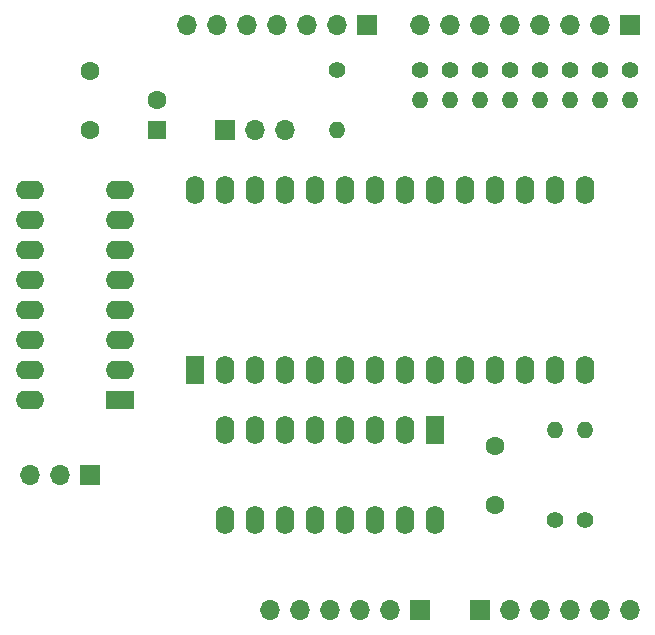
<source format=gbs>
G04 #@! TF.GenerationSoftware,KiCad,Pcbnew,(5.1.12)-1*
G04 #@! TF.CreationDate,2022-05-14T07:58:38+02:00*
G04 #@! TF.ProjectId,EPROM-Shield,4550524f-4d2d-4536-9869-656c642e6b69,rev?*
G04 #@! TF.SameCoordinates,Original*
G04 #@! TF.FileFunction,Soldermask,Bot*
G04 #@! TF.FilePolarity,Negative*
%FSLAX46Y46*%
G04 Gerber Fmt 4.6, Leading zero omitted, Abs format (unit mm)*
G04 Created by KiCad (PCBNEW (5.1.12)-1) date 2022-05-14 07:58:38*
%MOMM*%
%LPD*%
G01*
G04 APERTURE LIST*
%ADD10C,1.600000*%
%ADD11R,1.600000X1.600000*%
%ADD12O,1.400000X1.400000*%
%ADD13C,1.400000*%
%ADD14O,1.600000X2.400000*%
%ADD15R,1.600000X2.400000*%
%ADD16O,1.700000X1.700000*%
%ADD17R,1.700000X1.700000*%
%ADD18O,2.400000X1.600000*%
%ADD19R,2.400000X1.600000*%
G04 APERTURE END LIST*
D10*
G04 #@! TO.C,C3*
X104775000Y-77510000D03*
D11*
X104775000Y-80010000D03*
G04 #@! TD*
D12*
G04 #@! TO.C,R1*
X120015000Y-80010000D03*
D13*
X120015000Y-74930000D03*
G04 #@! TD*
D14*
G04 #@! TO.C,U3*
X107950000Y-85090000D03*
X140970000Y-100330000D03*
X110490000Y-85090000D03*
X138430000Y-100330000D03*
X113030000Y-85090000D03*
X135890000Y-100330000D03*
X115570000Y-85090000D03*
X133350000Y-100330000D03*
X118110000Y-85090000D03*
X130810000Y-100330000D03*
X120650000Y-85090000D03*
X128270000Y-100330000D03*
X123190000Y-85090000D03*
X125730000Y-100330000D03*
X125730000Y-85090000D03*
X123190000Y-100330000D03*
X128270000Y-85090000D03*
X120650000Y-100330000D03*
X130810000Y-85090000D03*
X118110000Y-100330000D03*
X133350000Y-85090000D03*
X115570000Y-100330000D03*
X135890000Y-85090000D03*
X113030000Y-100330000D03*
X138430000Y-85090000D03*
X110490000Y-100330000D03*
X140970000Y-85090000D03*
D15*
X107950000Y-100330000D03*
G04 #@! TD*
D12*
G04 #@! TO.C,R11*
X140970000Y-105410000D03*
D13*
X140970000Y-113030000D03*
G04 #@! TD*
D12*
G04 #@! TO.C,R10*
X138430000Y-105410000D03*
D13*
X138430000Y-113030000D03*
G04 #@! TD*
D16*
G04 #@! TO.C,J3*
X127000000Y-71120000D03*
X129540000Y-71120000D03*
X132080000Y-71120000D03*
X134620000Y-71120000D03*
X137160000Y-71120000D03*
X139700000Y-71120000D03*
X142240000Y-71120000D03*
D17*
X144780000Y-71120000D03*
G04 #@! TD*
D16*
G04 #@! TO.C,J4*
X144780000Y-120650000D03*
X142240000Y-120650000D03*
X139700000Y-120650000D03*
X137160000Y-120650000D03*
X134620000Y-120650000D03*
D17*
X132080000Y-120650000D03*
G04 #@! TD*
D16*
G04 #@! TO.C,J2*
X114300000Y-120650000D03*
X116840000Y-120650000D03*
X119380000Y-120650000D03*
X121920000Y-120650000D03*
X124460000Y-120650000D03*
D17*
X127000000Y-120650000D03*
G04 #@! TD*
D12*
G04 #@! TO.C,R4*
X139700000Y-77470000D03*
D13*
X139700000Y-74930000D03*
G04 #@! TD*
D12*
G04 #@! TO.C,R3*
X142240000Y-77470000D03*
D13*
X142240000Y-74930000D03*
G04 #@! TD*
D12*
G04 #@! TO.C,R2*
X144780000Y-77470000D03*
D13*
X144780000Y-74930000D03*
G04 #@! TD*
D16*
G04 #@! TO.C,J1*
X107315000Y-71120000D03*
X109855000Y-71120000D03*
X112395000Y-71120000D03*
X114935000Y-71120000D03*
X117475000Y-71120000D03*
X120015000Y-71120000D03*
D17*
X122555000Y-71120000D03*
G04 #@! TD*
D12*
G04 #@! TO.C,R6*
X134620000Y-77470000D03*
D13*
X134620000Y-74930000D03*
G04 #@! TD*
D12*
G04 #@! TO.C,R8*
X129540000Y-77470000D03*
D13*
X129540000Y-74930000D03*
G04 #@! TD*
D12*
G04 #@! TO.C,R9*
X127000000Y-77470000D03*
D13*
X127000000Y-74930000D03*
G04 #@! TD*
D12*
G04 #@! TO.C,R7*
X132080000Y-77470000D03*
D13*
X132080000Y-74930000D03*
G04 #@! TD*
D12*
G04 #@! TO.C,R5*
X137160000Y-77470000D03*
D13*
X137160000Y-74930000D03*
G04 #@! TD*
D10*
G04 #@! TO.C,C2*
X99060000Y-75010000D03*
X99060000Y-80010000D03*
G04 #@! TD*
G04 #@! TO.C,C1*
X133350000Y-106760000D03*
X133350000Y-111760000D03*
G04 #@! TD*
D14*
G04 #@! TO.C,U2*
X128270000Y-113030000D03*
X110490000Y-105410000D03*
X125730000Y-113030000D03*
X113030000Y-105410000D03*
X123190000Y-113030000D03*
X115570000Y-105410000D03*
X120650000Y-113030000D03*
X118110000Y-105410000D03*
X118110000Y-113030000D03*
X120650000Y-105410000D03*
X115570000Y-113030000D03*
X123190000Y-105410000D03*
X113030000Y-113030000D03*
X125730000Y-105410000D03*
X110490000Y-113030000D03*
D15*
X128270000Y-105410000D03*
G04 #@! TD*
D18*
G04 #@! TO.C,U1*
X93980000Y-102870000D03*
X101600000Y-85090000D03*
X93980000Y-100330000D03*
X101600000Y-87630000D03*
X93980000Y-97790000D03*
X101600000Y-90170000D03*
X93980000Y-95250000D03*
X101600000Y-92710000D03*
X93980000Y-92710000D03*
X101600000Y-95250000D03*
X93980000Y-90170000D03*
X101600000Y-97790000D03*
X93980000Y-87630000D03*
X101600000Y-100330000D03*
X93980000Y-85090000D03*
D19*
X101600000Y-102870000D03*
G04 #@! TD*
D16*
G04 #@! TO.C,JP2*
X93980000Y-109220000D03*
X96520000Y-109220000D03*
D17*
X99060000Y-109220000D03*
G04 #@! TD*
D16*
G04 #@! TO.C,JP1*
X115570000Y-80010000D03*
X113030000Y-80010000D03*
D17*
X110490000Y-80010000D03*
G04 #@! TD*
M02*

</source>
